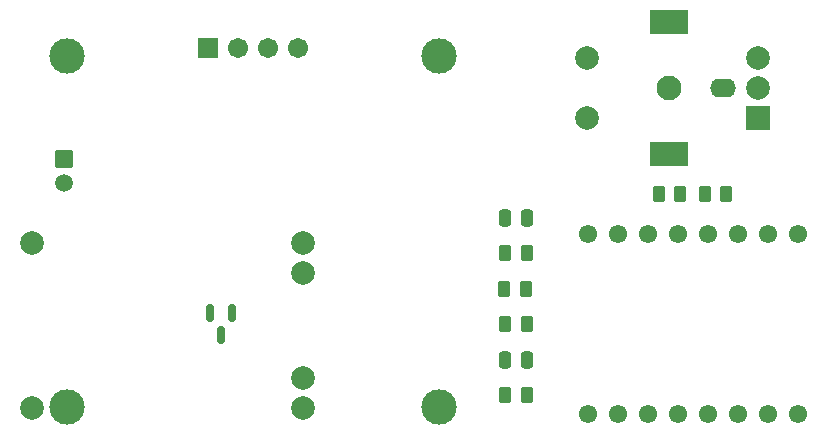
<source format=gbr>
%TF.GenerationSoftware,KiCad,Pcbnew,9.0.7-9.0.7~ubuntu24.04.1*%
%TF.CreationDate,2026-02-02T00:49:15+01:00*%
%TF.ProjectId,HArem,48417265-6d2e-46b6-9963-61645f706362,rev?*%
%TF.SameCoordinates,Original*%
%TF.FileFunction,Soldermask,Top*%
%TF.FilePolarity,Negative*%
%FSLAX46Y46*%
G04 Gerber Fmt 4.6, Leading zero omitted, Abs format (unit mm)*
G04 Created by KiCad (PCBNEW 9.0.7-9.0.7~ubuntu24.04.1) date 2026-02-02 00:49:15*
%MOMM*%
%LPD*%
G01*
G04 APERTURE LIST*
G04 Aperture macros list*
%AMRoundRect*
0 Rectangle with rounded corners*
0 $1 Rounding radius*
0 $2 $3 $4 $5 $6 $7 $8 $9 X,Y pos of 4 corners*
0 Add a 4 corners polygon primitive as box body*
4,1,4,$2,$3,$4,$5,$6,$7,$8,$9,$2,$3,0*
0 Add four circle primitives for the rounded corners*
1,1,$1+$1,$2,$3*
1,1,$1+$1,$4,$5*
1,1,$1+$1,$6,$7*
1,1,$1+$1,$8,$9*
0 Add four rect primitives between the rounded corners*
20,1,$1+$1,$2,$3,$4,$5,0*
20,1,$1+$1,$4,$5,$6,$7,0*
20,1,$1+$1,$6,$7,$8,$9,0*
20,1,$1+$1,$8,$9,$2,$3,0*%
G04 Aperture macros list end*
%ADD10C,1.712000*%
%ADD11RoundRect,0.102000X-0.754000X-0.754000X0.754000X-0.754000X0.754000X0.754000X-0.754000X0.754000X0*%
%ADD12C,3.000000*%
%ADD13C,2.000000*%
%ADD14RoundRect,0.250000X-0.262500X-0.450000X0.262500X-0.450000X0.262500X0.450000X-0.262500X0.450000X0*%
%ADD15RoundRect,0.250000X0.262500X0.450000X-0.262500X0.450000X-0.262500X-0.450000X0.262500X-0.450000X0*%
%ADD16RoundRect,0.250000X-0.250000X-0.475000X0.250000X-0.475000X0.250000X0.475000X-0.250000X0.475000X0*%
%ADD17RoundRect,0.150000X-0.150000X0.587500X-0.150000X-0.587500X0.150000X-0.587500X0.150000X0.587500X0*%
%ADD18C,1.552000*%
%ADD19O,2.200000X1.600000*%
%ADD20C,2.100000*%
%ADD21R,2.000000X2.000000*%
%ADD22R,3.200000X2.000000*%
%ADD23RoundRect,0.102000X-0.654000X0.654000X-0.654000X-0.654000X0.654000X-0.654000X0.654000X0.654000X0*%
%ADD24C,1.512000*%
G04 APERTURE END LIST*
D10*
%TO.C,DS1*%
X118540000Y-90600000D03*
X116000000Y-90600000D03*
X113460000Y-90600000D03*
D11*
X110920000Y-90600000D03*
D12*
X130480000Y-121000000D03*
X130480000Y-91300000D03*
X98980000Y-121000000D03*
X98980000Y-91300000D03*
%TD*%
D13*
%TO.C,U2*%
X118995000Y-109635000D03*
X118995000Y-118555000D03*
X118995000Y-107095000D03*
X118995000Y-121095000D03*
X95995000Y-107095000D03*
X95995000Y-121095000D03*
%TD*%
D14*
%TO.C,R4*%
X154825000Y-103000000D03*
X153000000Y-103000000D03*
%TD*%
D15*
%TO.C,R3*%
X149087500Y-103000000D03*
X150912500Y-103000000D03*
%TD*%
%TO.C,R6*%
X136087500Y-120000000D03*
X137912500Y-120000000D03*
%TD*%
D16*
%TO.C,C2*%
X136050000Y-117000000D03*
X137950000Y-117000000D03*
%TD*%
D17*
%TO.C,Q1*%
X112050000Y-114937500D03*
X111100000Y-113062500D03*
X113000000Y-113062500D03*
%TD*%
D16*
%TO.C,C1*%
X136050000Y-105000000D03*
X137950000Y-105000000D03*
%TD*%
D18*
%TO.C,U1*%
X143120000Y-121620000D03*
X145660000Y-121620000D03*
X148200000Y-121620000D03*
X150740000Y-121620000D03*
X155820000Y-121620000D03*
X153280000Y-121620000D03*
X160900000Y-106380000D03*
X160900000Y-121620000D03*
X158360000Y-106380000D03*
X155820000Y-106380000D03*
X153280000Y-106380000D03*
X150740000Y-106380000D03*
X148200000Y-106380000D03*
X145660000Y-106380000D03*
X143120000Y-106380000D03*
X158360000Y-121620000D03*
%TD*%
D19*
%TO.C,SW1*%
X154500000Y-94000000D03*
D20*
X150000000Y-94000000D03*
D21*
X157500000Y-96500000D03*
D13*
X157500000Y-91500000D03*
X157500000Y-94000000D03*
D22*
X150000000Y-99600000D03*
X150000000Y-88400000D03*
D13*
X143000000Y-91500000D03*
X143000000Y-96500000D03*
%TD*%
D14*
%TO.C,R2*%
X136000000Y-111000000D03*
X137825000Y-111000000D03*
%TD*%
D15*
%TO.C,R1*%
X137912500Y-108000000D03*
X136087500Y-108000000D03*
%TD*%
D23*
%TO.C,J1*%
X98787500Y-100000000D03*
D24*
X98787500Y-102000000D03*
%TD*%
D14*
%TO.C,R5*%
X136087500Y-114000000D03*
X137912500Y-114000000D03*
%TD*%
M02*

</source>
